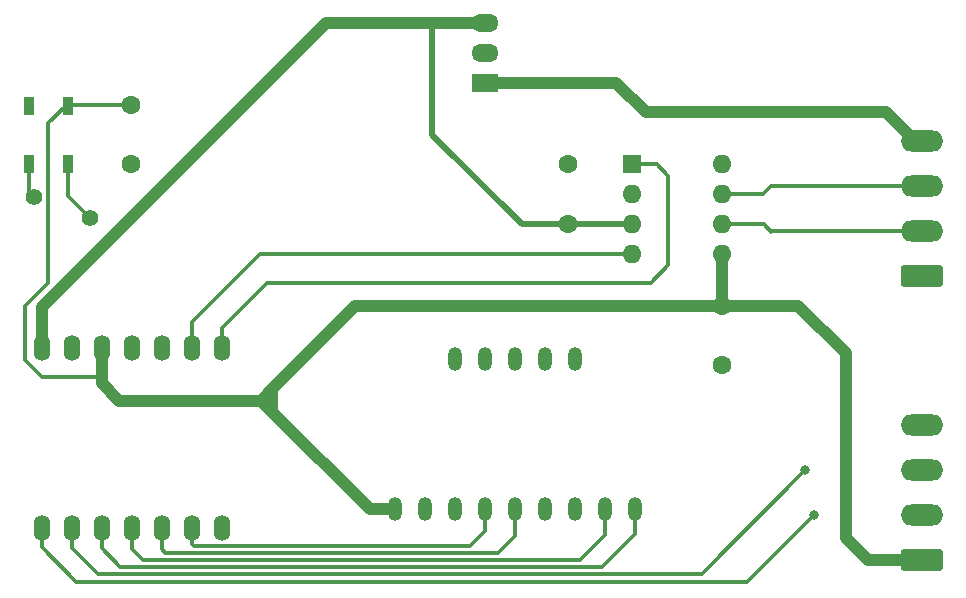
<source format=gbr>
%TF.GenerationSoftware,KiCad,Pcbnew,7.0.1-0*%
%TF.CreationDate,2023-04-24T13:37:36-07:00*%
%TF.ProjectId,project,70726f6a-6563-4742-9e6b-696361645f70,rev?*%
%TF.SameCoordinates,Original*%
%TF.FileFunction,Copper,L1,Top*%
%TF.FilePolarity,Positive*%
%FSLAX46Y46*%
G04 Gerber Fmt 4.6, Leading zero omitted, Abs format (unit mm)*
G04 Created by KiCad (PCBNEW 7.0.1-0) date 2023-04-24 13:37:36*
%MOMM*%
%LPD*%
G01*
G04 APERTURE LIST*
G04 Aperture macros list*
%AMRoundRect*
0 Rectangle with rounded corners*
0 $1 Rounding radius*
0 $2 $3 $4 $5 $6 $7 $8 $9 X,Y pos of 4 corners*
0 Add a 4 corners polygon primitive as box body*
4,1,4,$2,$3,$4,$5,$6,$7,$8,$9,$2,$3,0*
0 Add four circle primitives for the rounded corners*
1,1,$1+$1,$2,$3*
1,1,$1+$1,$4,$5*
1,1,$1+$1,$6,$7*
1,1,$1+$1,$8,$9*
0 Add four rect primitives between the rounded corners*
20,1,$1+$1,$2,$3,$4,$5,0*
20,1,$1+$1,$4,$5,$6,$7,0*
20,1,$1+$1,$6,$7,$8,$9,0*
20,1,$1+$1,$8,$9,$2,$3,0*%
G04 Aperture macros list end*
%TA.AperFunction,ComponentPad*%
%ADD10C,1.600000*%
%TD*%
%TA.AperFunction,ComponentPad*%
%ADD11RoundRect,0.250000X1.550000X-0.650000X1.550000X0.650000X-1.550000X0.650000X-1.550000X-0.650000X0*%
%TD*%
%TA.AperFunction,ComponentPad*%
%ADD12O,3.600000X1.800000*%
%TD*%
%TA.AperFunction,ComponentPad*%
%ADD13R,1.600000X1.600000*%
%TD*%
%TA.AperFunction,ComponentPad*%
%ADD14O,1.600000X1.600000*%
%TD*%
%TA.AperFunction,ComponentPad*%
%ADD15O,1.200000X2.000000*%
%TD*%
%TA.AperFunction,SMDPad,CuDef*%
%ADD16R,0.900000X1.500000*%
%TD*%
%TA.AperFunction,ComponentPad*%
%ADD17O,1.400000X2.200000*%
%TD*%
%TA.AperFunction,ComponentPad*%
%ADD18R,2.300000X1.500000*%
%TD*%
%TA.AperFunction,ComponentPad*%
%ADD19O,2.300000X1.500000*%
%TD*%
%TA.AperFunction,ViaPad*%
%ADD20C,0.800000*%
%TD*%
%TA.AperFunction,ViaPad*%
%ADD21C,1.400000*%
%TD*%
%TA.AperFunction,Conductor*%
%ADD22C,1.000000*%
%TD*%
%TA.AperFunction,Conductor*%
%ADD23C,0.300000*%
%TD*%
%TA.AperFunction,Conductor*%
%ADD24C,0.500000*%
%TD*%
G04 APERTURE END LIST*
D10*
%TO.P,C3,1*%
%TO.N,+3.3V*%
X160000000Y-72000000D03*
%TO.P,C3,2*%
%TO.N,GND*%
X160000000Y-77000000D03*
%TD*%
%TO.P,C2,1*%
%TO.N,+3.3V*%
X210000000Y-89000000D03*
%TO.P,C2,2*%
%TO.N,GND*%
X210000000Y-94000000D03*
%TD*%
D11*
%TO.P,J2,1,Pin_1*%
%TO.N,+3.3V*%
X226967500Y-110460000D03*
D12*
%TO.P,J2,2,Pin_2*%
%TO.N,GPS_TX*%
X226967500Y-106650000D03*
%TO.P,J2,3,Pin_3*%
%TO.N,GPS_RX*%
X226967500Y-102840000D03*
%TO.P,J2,4,Pin_4*%
%TO.N,GND*%
X226967500Y-99030000D03*
%TD*%
D13*
%TO.P,U1,1,TXD*%
%TO.N,CAN_TX*%
X202380000Y-77000000D03*
D14*
%TO.P,U1,2,VSS*%
%TO.N,GND*%
X202380000Y-79540000D03*
%TO.P,U1,3,VDD*%
%TO.N,+5V*%
X202380000Y-82080000D03*
%TO.P,U1,4,RXD*%
%TO.N,CAN_RX*%
X202380000Y-84620000D03*
%TO.P,U1,5,Vio*%
%TO.N,+3.3V*%
X210000000Y-84620000D03*
%TO.P,U1,6,CANL*%
%TO.N,/CANL*%
X210000000Y-82080000D03*
%TO.P,U1,7,CANH*%
%TO.N,/CANH*%
X210000000Y-79540000D03*
%TO.P,U1,8,STBY*%
%TO.N,GND*%
X210000000Y-77000000D03*
%TD*%
D15*
%TO.P,U4,1,VIN*%
%TO.N,+3.3V*%
X182380000Y-106200000D03*
%TO.P,U4,2,3.3V*%
%TO.N,unconnected-(U4-3.3V-Pad2)*%
X184920000Y-106200000D03*
%TO.P,U4,3,GND*%
%TO.N,GND*%
X187460000Y-106200000D03*
%TO.P,U4,4,SCL*%
%TO.N,SCL*%
X190000000Y-106200000D03*
%TO.P,U4,5,SDA*%
%TO.N,SDA*%
X192540000Y-106200000D03*
%TO.P,U4,6,DO*%
%TO.N,unconnected-(U4-DO-Pad6)*%
X195080000Y-106200000D03*
%TO.P,U4,7,CS*%
%TO.N,unconnected-(U4-CS-Pad7)*%
X197620000Y-106200000D03*
%TO.P,U4,8,INT1*%
%TO.N,INT1*%
X200160000Y-106200000D03*
%TO.P,U4,9,INT2*%
%TO.N,INT2*%
X202700000Y-106200000D03*
%TO.P,U4,10,GND*%
%TO.N,GND*%
X197620000Y-93500000D03*
%TO.P,U4,11,NC*%
%TO.N,unconnected-(U4-NC-Pad11)*%
X195080000Y-93500000D03*
%TO.P,U4,12,NC*%
%TO.N,unconnected-(U4-NC-Pad12)*%
X192540000Y-93500000D03*
%TO.P,U4,13,SDX*%
%TO.N,unconnected-(U4-SDX-Pad13)*%
X190000000Y-93500000D03*
%TO.P,U4,14,SCX*%
%TO.N,unconnected-(U4-SCX-Pad14)*%
X187460000Y-93500000D03*
%TD*%
D16*
%TO.P,D1,1,VDD*%
%TO.N,+3.3V*%
X154650000Y-72050000D03*
%TO.P,D1,2,DOUT*%
%TO.N,unconnected-(D1-DOUT-Pad2)*%
X151350000Y-72050000D03*
%TO.P,D1,3,VSS*%
%TO.N,GND*%
X151350000Y-76950000D03*
%TO.P,D1,4,DIN*%
%TO.N,LED*%
X154650000Y-76950000D03*
%TD*%
D17*
%TO.P,U3,1,D0*%
%TO.N,GPS_TX*%
X152420000Y-107750000D03*
%TO.P,U3,2,D1*%
%TO.N,GPS_RX*%
X154960000Y-107750000D03*
%TO.P,U3,3,D2*%
%TO.N,INT2*%
X157500000Y-107750000D03*
%TO.P,U3,4,D3*%
%TO.N,INT1*%
X160040000Y-107750000D03*
%TO.P,U3,5,D4*%
%TO.N,SDA*%
X162580000Y-107750000D03*
%TO.P,U3,6,D5*%
%TO.N,SCL*%
X165120000Y-107750000D03*
%TO.P,U3,7,D6*%
%TO.N,unconnected-(U3-D6-Pad7)*%
X167660000Y-107750000D03*
%TO.P,U3,8,D7*%
%TO.N,CAN_TX*%
X167660000Y-92500000D03*
%TO.P,U3,9,D8*%
%TO.N,CAN_RX*%
X165120000Y-92500000D03*
%TO.P,U3,10,D9*%
%TO.N,unconnected-(U3-D9-Pad10)*%
X162580000Y-92500000D03*
%TO.P,U3,11,D10*%
%TO.N,LED*%
X160040000Y-92500000D03*
%TO.P,U3,12,3V3*%
%TO.N,+3.3V*%
X157500000Y-92500000D03*
%TO.P,U3,13,GND*%
%TO.N,GND*%
X154960000Y-92500000D03*
%TO.P,U3,14,5V*%
%TO.N,+5V*%
X152420000Y-92500000D03*
%TD*%
D18*
%TO.P,U2,1,IN*%
%TO.N,+12V*%
X190000000Y-70080000D03*
D19*
%TO.P,U2,2,GND*%
%TO.N,GND*%
X190000000Y-67540000D03*
%TO.P,U2,3,OUT*%
%TO.N,+5V*%
X190000000Y-65000000D03*
%TD*%
D12*
%TO.P,J1,4,Pin_4*%
%TO.N,+12V*%
X226967500Y-75030000D03*
%TO.P,J1,3,Pin_3*%
%TO.N,/CANH*%
X226967500Y-78840000D03*
%TO.P,J1,2,Pin_2*%
%TO.N,/CANL*%
X226967500Y-82650000D03*
D11*
%TO.P,J1,1,Pin_1*%
%TO.N,GND*%
X226967500Y-86460000D03*
%TD*%
D10*
%TO.P,C1,1*%
%TO.N,+5V*%
X197000000Y-82000000D03*
%TO.P,C1,2*%
%TO.N,GND*%
X197000000Y-77000000D03*
%TD*%
D20*
%TO.N,GPS_TX*%
X217800000Y-106700000D03*
%TO.N,GPS_RX*%
X217100000Y-102900000D03*
D21*
%TO.N,GND*%
X151750000Y-79750000D03*
%TO.N,LED*%
X156500000Y-81500000D03*
%TD*%
D22*
%TO.N,+12V*%
X190000000Y-70080000D02*
X201080000Y-70080000D01*
X201080000Y-70080000D02*
X203600000Y-72600000D01*
X203600000Y-72600000D02*
X223900000Y-72600000D01*
X223900000Y-72600000D02*
X226330000Y-75030000D01*
X226330000Y-75030000D02*
X226967500Y-75030000D01*
D23*
%TO.N,/CANL*%
X214190000Y-82690000D02*
X214230000Y-82650000D01*
X214230000Y-82650000D02*
X226967500Y-82650000D01*
%TO.N,/CANH*%
X210000000Y-79540000D02*
X213460000Y-79540000D01*
X213460000Y-79540000D02*
X214160000Y-78840000D01*
X214160000Y-78840000D02*
X226967500Y-78840000D01*
D22*
%TO.N,+3.3V*%
X220500000Y-93000000D02*
X220500000Y-108600000D01*
X216500000Y-89000000D02*
X220500000Y-93000000D01*
X220500000Y-108600000D02*
X222360000Y-110460000D01*
X222360000Y-110460000D02*
X226967500Y-110460000D01*
X172050000Y-95950000D02*
X171000000Y-97000000D01*
X172050000Y-95950000D02*
X171950000Y-96050000D01*
D23*
X154650000Y-72050000D02*
X154450000Y-72050000D01*
X151000000Y-89000000D02*
X151000000Y-93544766D01*
X154450000Y-72050000D02*
X153000000Y-73500000D01*
D22*
X157500000Y-95500000D02*
X157500000Y-95000000D01*
X171000000Y-97000000D02*
X171950000Y-97950000D01*
X179000000Y-89000000D02*
X172050000Y-95950000D01*
X159000000Y-97000000D02*
X157500000Y-95500000D01*
X171000000Y-97000000D02*
X159000000Y-97000000D01*
X210000000Y-89000000D02*
X216500000Y-89000000D01*
X180200000Y-106200000D02*
X182380000Y-106200000D01*
D23*
X160000000Y-72000000D02*
X154700000Y-72000000D01*
D22*
X171950000Y-96050000D02*
X171950000Y-97950000D01*
X171950000Y-97950000D02*
X180200000Y-106200000D01*
X210000000Y-84620000D02*
X210000000Y-89000000D01*
D23*
X154700000Y-72000000D02*
X154650000Y-72050000D01*
D22*
X157500000Y-95000000D02*
X157500000Y-92500000D01*
D23*
X152455234Y-95000000D02*
X157500000Y-95000000D01*
D22*
X210000000Y-89000000D02*
X179000000Y-89000000D01*
D23*
X153000000Y-87000000D02*
X151000000Y-89000000D01*
X151000000Y-93544766D02*
X152455234Y-95000000D01*
X153000000Y-73500000D02*
X153000000Y-87000000D01*
%TO.N,GND*%
X151350000Y-79350000D02*
X151350000Y-76950000D01*
X151750000Y-79750000D02*
X151350000Y-79350000D01*
%TO.N,/CANL*%
X214190000Y-82690000D02*
X213580000Y-82080000D01*
X213580000Y-82080000D02*
X210000000Y-82080000D01*
D22*
%TO.N,+5V*%
X176500000Y-65000000D02*
X185500000Y-65000000D01*
D24*
X185500000Y-74500000D02*
X185500000Y-65000000D01*
D22*
X152420000Y-89080000D02*
X176500000Y-65000000D01*
X152420000Y-92500000D02*
X152420000Y-89080000D01*
D24*
X202380000Y-82080000D02*
X193080000Y-82080000D01*
X193080000Y-82080000D02*
X185500000Y-74500000D01*
D22*
X185500000Y-65000000D02*
X190000000Y-65000000D01*
D23*
%TO.N,SCL*%
X165120000Y-107750000D02*
X165120000Y-109120000D01*
X190000000Y-108000000D02*
X190000000Y-106200000D01*
X165300000Y-109300000D02*
X188700000Y-109300000D01*
X165120000Y-109120000D02*
X165300000Y-109300000D01*
X188700000Y-109300000D02*
X190000000Y-108000000D01*
%TO.N,SDA*%
X192540000Y-108460000D02*
X192540000Y-106200000D01*
X162900000Y-109900000D02*
X191100000Y-109900000D01*
X191100000Y-109900000D02*
X192540000Y-108460000D01*
X162580000Y-109580000D02*
X162900000Y-109900000D01*
X162580000Y-107750000D02*
X162580000Y-109580000D01*
%TO.N,INT1*%
X161000000Y-110500000D02*
X198000000Y-110500000D01*
X160040000Y-109540000D02*
X161000000Y-110500000D01*
X160040000Y-107750000D02*
X160040000Y-109540000D01*
X198000000Y-110500000D02*
X200160000Y-108340000D01*
X200160000Y-108340000D02*
X200160000Y-106200000D01*
%TO.N,INT2*%
X157500000Y-109500000D02*
X159100000Y-111100000D01*
X202700000Y-108300000D02*
X202700000Y-106200000D01*
X159100000Y-111100000D02*
X199900000Y-111100000D01*
X157500000Y-107750000D02*
X157500000Y-109500000D01*
X199900000Y-111100000D02*
X202700000Y-108300000D01*
%TO.N,GPS_TX*%
X212150000Y-112350000D02*
X217800000Y-106700000D01*
X152420000Y-109420000D02*
X155350000Y-112350000D01*
X155350000Y-112350000D02*
X212150000Y-112350000D01*
X152420000Y-107750000D02*
X152420000Y-109420000D01*
%TO.N,GPS_RX*%
X208300000Y-111700000D02*
X217100000Y-102900000D01*
X157200000Y-111700000D02*
X208300000Y-111700000D01*
X154960000Y-109460000D02*
X157200000Y-111700000D01*
X154960000Y-107750000D02*
X154960000Y-109460000D01*
%TO.N,LED*%
X154650000Y-76950000D02*
X154650000Y-79650000D01*
X154650000Y-79650000D02*
X156500000Y-81500000D01*
%TO.N,CAN_TX*%
X202380000Y-77000000D02*
X204500000Y-77000000D01*
X204500000Y-77000000D02*
X205500000Y-78000000D01*
X205500000Y-78000000D02*
X205500000Y-85500000D01*
X204000000Y-87000000D02*
X171500000Y-87000000D01*
X167660000Y-90840000D02*
X167660000Y-92500000D01*
X171500000Y-87000000D02*
X167660000Y-90840000D01*
X205500000Y-85500000D02*
X204000000Y-87000000D01*
%TO.N,CAN_RX*%
X170880000Y-84620000D02*
X165120000Y-90380000D01*
X202380000Y-84620000D02*
X170880000Y-84620000D01*
X165120000Y-90380000D02*
X165120000Y-92500000D01*
%TD*%
M02*

</source>
